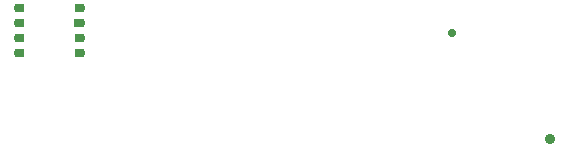
<source format=gbs>
G75*
%MOIN*%
%OFA0B0*%
%FSLAX25Y25*%
%IPPOS*%
%LPD*%
%AMOC8*
5,1,8,0,0,1.08239X$1,22.5*
%
%ADD10C,0.02756*%
%ADD11C,0.03543*%
%ADD12R,0.02000X0.02992*%
%ADD13C,0.03012*%
D10*
X0213523Y0084307D03*
D11*
X0246200Y0048874D03*
D12*
X0088604Y0077632D03*
X0088604Y0082632D03*
X0088523Y0087632D03*
X0088604Y0092632D03*
X0069727Y0092632D03*
X0069727Y0087632D03*
X0069727Y0082632D03*
X0069727Y0077592D03*
D13*
X0068732Y0077638D03*
X0068732Y0082638D03*
X0068732Y0087638D03*
X0068732Y0092638D03*
X0089599Y0092638D03*
X0089599Y0087638D03*
X0089599Y0082638D03*
X0089599Y0077638D03*
M02*

</source>
